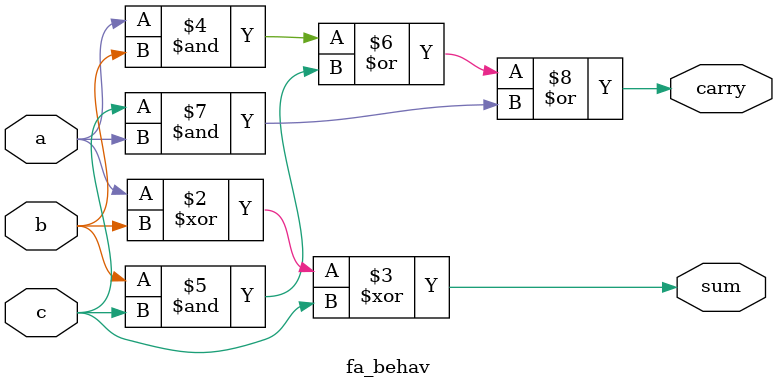
<source format=v>
`timescale 1ns / 1ps


module fa_behav(
    input a,b,c,
    output reg sum,carry
    );
    always@(a or b or c)
    begin
    sum = a^b^c;
    carry = (a&b)|(b&c)|(c&a);
    end
endmodule

</source>
